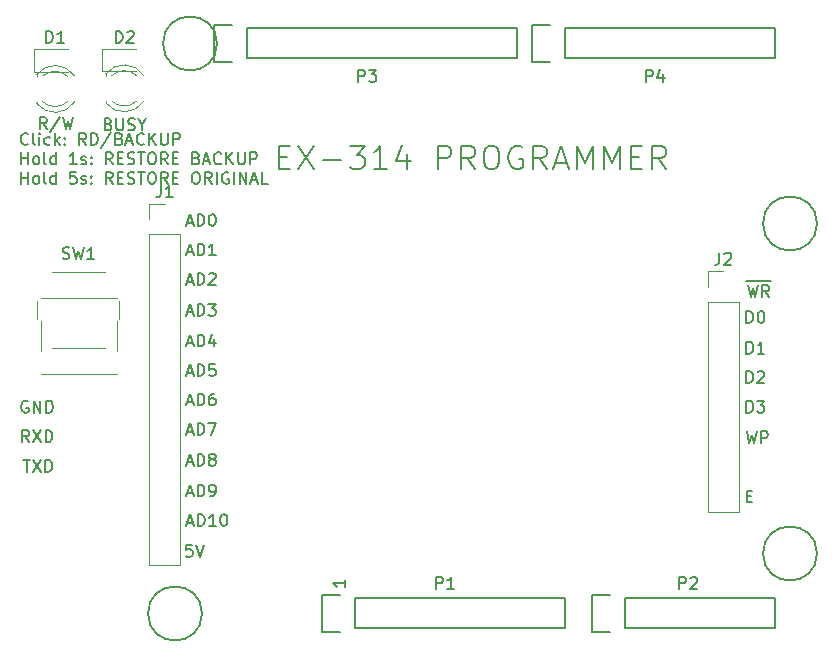
<source format=gbr>
%TF.GenerationSoftware,KiCad,Pcbnew,(5.1.10)-1*%
%TF.CreationDate,2022-03-02T00:29:21+08:00*%
%TF.ProjectId,r71ram_uno,72373172-616d-45f7-956e-6f2e6b696361,rev?*%
%TF.SameCoordinates,Original*%
%TF.FileFunction,Legend,Top*%
%TF.FilePolarity,Positive*%
%FSLAX46Y46*%
G04 Gerber Fmt 4.6, Leading zero omitted, Abs format (unit mm)*
G04 Created by KiCad (PCBNEW (5.1.10)-1) date 2022-03-02 00:29:21*
%MOMM*%
%LPD*%
G01*
G04 APERTURE LIST*
%ADD10C,0.150000*%
%ADD11C,0.200000*%
%ADD12C,0.120000*%
G04 APERTURE END LIST*
D10*
X126007523Y-116131666D02*
X126483714Y-116131666D01*
X125912285Y-116417380D02*
X126245619Y-115417380D01*
X126578952Y-116417380D01*
X126912285Y-116417380D02*
X126912285Y-115417380D01*
X127150380Y-115417380D01*
X127293238Y-115465000D01*
X127388476Y-115560238D01*
X127436095Y-115655476D01*
X127483714Y-115845952D01*
X127483714Y-115988809D01*
X127436095Y-116179285D01*
X127388476Y-116274523D01*
X127293238Y-116369761D01*
X127150380Y-116417380D01*
X126912285Y-116417380D01*
X128436095Y-116417380D02*
X127864666Y-116417380D01*
X128150380Y-116417380D02*
X128150380Y-115417380D01*
X128055142Y-115560238D01*
X127959904Y-115655476D01*
X127864666Y-115703095D01*
X129055142Y-115417380D02*
X129150380Y-115417380D01*
X129245619Y-115465000D01*
X129293238Y-115512619D01*
X129340857Y-115607857D01*
X129388476Y-115798333D01*
X129388476Y-116036428D01*
X129340857Y-116226904D01*
X129293238Y-116322142D01*
X129245619Y-116369761D01*
X129150380Y-116417380D01*
X129055142Y-116417380D01*
X128959904Y-116369761D01*
X128912285Y-116322142D01*
X128864666Y-116226904D01*
X128817047Y-116036428D01*
X128817047Y-115798333D01*
X128864666Y-115607857D01*
X128912285Y-115512619D01*
X128959904Y-115465000D01*
X129055142Y-115417380D01*
X125983714Y-113631666D02*
X126459904Y-113631666D01*
X125888476Y-113917380D02*
X126221809Y-112917380D01*
X126555142Y-113917380D01*
X126888476Y-113917380D02*
X126888476Y-112917380D01*
X127126571Y-112917380D01*
X127269428Y-112965000D01*
X127364666Y-113060238D01*
X127412285Y-113155476D01*
X127459904Y-113345952D01*
X127459904Y-113488809D01*
X127412285Y-113679285D01*
X127364666Y-113774523D01*
X127269428Y-113869761D01*
X127126571Y-113917380D01*
X126888476Y-113917380D01*
X127936095Y-113917380D02*
X128126571Y-113917380D01*
X128221809Y-113869761D01*
X128269428Y-113822142D01*
X128364666Y-113679285D01*
X128412285Y-113488809D01*
X128412285Y-113107857D01*
X128364666Y-113012619D01*
X128317047Y-112965000D01*
X128221809Y-112917380D01*
X128031333Y-112917380D01*
X127936095Y-112965000D01*
X127888476Y-113012619D01*
X127840857Y-113107857D01*
X127840857Y-113345952D01*
X127888476Y-113441190D01*
X127936095Y-113488809D01*
X128031333Y-113536428D01*
X128221809Y-113536428D01*
X128317047Y-113488809D01*
X128364666Y-113441190D01*
X128412285Y-113345952D01*
X125983714Y-111031666D02*
X126459904Y-111031666D01*
X125888476Y-111317380D02*
X126221809Y-110317380D01*
X126555142Y-111317380D01*
X126888476Y-111317380D02*
X126888476Y-110317380D01*
X127126571Y-110317380D01*
X127269428Y-110365000D01*
X127364666Y-110460238D01*
X127412285Y-110555476D01*
X127459904Y-110745952D01*
X127459904Y-110888809D01*
X127412285Y-111079285D01*
X127364666Y-111174523D01*
X127269428Y-111269761D01*
X127126571Y-111317380D01*
X126888476Y-111317380D01*
X128031333Y-110745952D02*
X127936095Y-110698333D01*
X127888476Y-110650714D01*
X127840857Y-110555476D01*
X127840857Y-110507857D01*
X127888476Y-110412619D01*
X127936095Y-110365000D01*
X128031333Y-110317380D01*
X128221809Y-110317380D01*
X128317047Y-110365000D01*
X128364666Y-110412619D01*
X128412285Y-110507857D01*
X128412285Y-110555476D01*
X128364666Y-110650714D01*
X128317047Y-110698333D01*
X128221809Y-110745952D01*
X128031333Y-110745952D01*
X127936095Y-110793571D01*
X127888476Y-110841190D01*
X127840857Y-110936428D01*
X127840857Y-111126904D01*
X127888476Y-111222142D01*
X127936095Y-111269761D01*
X128031333Y-111317380D01*
X128221809Y-111317380D01*
X128317047Y-111269761D01*
X128364666Y-111222142D01*
X128412285Y-111126904D01*
X128412285Y-110936428D01*
X128364666Y-110841190D01*
X128317047Y-110793571D01*
X128221809Y-110745952D01*
X125983714Y-108431666D02*
X126459904Y-108431666D01*
X125888476Y-108717380D02*
X126221809Y-107717380D01*
X126555142Y-108717380D01*
X126888476Y-108717380D02*
X126888476Y-107717380D01*
X127126571Y-107717380D01*
X127269428Y-107765000D01*
X127364666Y-107860238D01*
X127412285Y-107955476D01*
X127459904Y-108145952D01*
X127459904Y-108288809D01*
X127412285Y-108479285D01*
X127364666Y-108574523D01*
X127269428Y-108669761D01*
X127126571Y-108717380D01*
X126888476Y-108717380D01*
X127793238Y-107717380D02*
X128459904Y-107717380D01*
X128031333Y-108717380D01*
X125983714Y-103431666D02*
X126459904Y-103431666D01*
X125888476Y-103717380D02*
X126221809Y-102717380D01*
X126555142Y-103717380D01*
X126888476Y-103717380D02*
X126888476Y-102717380D01*
X127126571Y-102717380D01*
X127269428Y-102765000D01*
X127364666Y-102860238D01*
X127412285Y-102955476D01*
X127459904Y-103145952D01*
X127459904Y-103288809D01*
X127412285Y-103479285D01*
X127364666Y-103574523D01*
X127269428Y-103669761D01*
X127126571Y-103717380D01*
X126888476Y-103717380D01*
X128364666Y-102717380D02*
X127888476Y-102717380D01*
X127840857Y-103193571D01*
X127888476Y-103145952D01*
X127983714Y-103098333D01*
X128221809Y-103098333D01*
X128317047Y-103145952D01*
X128364666Y-103193571D01*
X128412285Y-103288809D01*
X128412285Y-103526904D01*
X128364666Y-103622142D01*
X128317047Y-103669761D01*
X128221809Y-103717380D01*
X127983714Y-103717380D01*
X127888476Y-103669761D01*
X127840857Y-103622142D01*
X125983714Y-100931666D02*
X126459904Y-100931666D01*
X125888476Y-101217380D02*
X126221809Y-100217380D01*
X126555142Y-101217380D01*
X126888476Y-101217380D02*
X126888476Y-100217380D01*
X127126571Y-100217380D01*
X127269428Y-100265000D01*
X127364666Y-100360238D01*
X127412285Y-100455476D01*
X127459904Y-100645952D01*
X127459904Y-100788809D01*
X127412285Y-100979285D01*
X127364666Y-101074523D01*
X127269428Y-101169761D01*
X127126571Y-101217380D01*
X126888476Y-101217380D01*
X128317047Y-100550714D02*
X128317047Y-101217380D01*
X128078952Y-100169761D02*
X127840857Y-100884047D01*
X128459904Y-100884047D01*
X125983714Y-105931666D02*
X126459904Y-105931666D01*
X125888476Y-106217380D02*
X126221809Y-105217380D01*
X126555142Y-106217380D01*
X126888476Y-106217380D02*
X126888476Y-105217380D01*
X127126571Y-105217380D01*
X127269428Y-105265000D01*
X127364666Y-105360238D01*
X127412285Y-105455476D01*
X127459904Y-105645952D01*
X127459904Y-105788809D01*
X127412285Y-105979285D01*
X127364666Y-106074523D01*
X127269428Y-106169761D01*
X127126571Y-106217380D01*
X126888476Y-106217380D01*
X128317047Y-105217380D02*
X128126571Y-105217380D01*
X128031333Y-105265000D01*
X127983714Y-105312619D01*
X127888476Y-105455476D01*
X127840857Y-105645952D01*
X127840857Y-106026904D01*
X127888476Y-106122142D01*
X127936095Y-106169761D01*
X128031333Y-106217380D01*
X128221809Y-106217380D01*
X128317047Y-106169761D01*
X128364666Y-106122142D01*
X128412285Y-106026904D01*
X128412285Y-105788809D01*
X128364666Y-105693571D01*
X128317047Y-105645952D01*
X128221809Y-105598333D01*
X128031333Y-105598333D01*
X127936095Y-105645952D01*
X127888476Y-105693571D01*
X127840857Y-105788809D01*
X125983714Y-98331666D02*
X126459904Y-98331666D01*
X125888476Y-98617380D02*
X126221809Y-97617380D01*
X126555142Y-98617380D01*
X126888476Y-98617380D02*
X126888476Y-97617380D01*
X127126571Y-97617380D01*
X127269428Y-97665000D01*
X127364666Y-97760238D01*
X127412285Y-97855476D01*
X127459904Y-98045952D01*
X127459904Y-98188809D01*
X127412285Y-98379285D01*
X127364666Y-98474523D01*
X127269428Y-98569761D01*
X127126571Y-98617380D01*
X126888476Y-98617380D01*
X127793238Y-97617380D02*
X128412285Y-97617380D01*
X128078952Y-97998333D01*
X128221809Y-97998333D01*
X128317047Y-98045952D01*
X128364666Y-98093571D01*
X128412285Y-98188809D01*
X128412285Y-98426904D01*
X128364666Y-98522142D01*
X128317047Y-98569761D01*
X128221809Y-98617380D01*
X127936095Y-98617380D01*
X127840857Y-98569761D01*
X127793238Y-98522142D01*
X125983714Y-95731666D02*
X126459904Y-95731666D01*
X125888476Y-96017380D02*
X126221809Y-95017380D01*
X126555142Y-96017380D01*
X126888476Y-96017380D02*
X126888476Y-95017380D01*
X127126571Y-95017380D01*
X127269428Y-95065000D01*
X127364666Y-95160238D01*
X127412285Y-95255476D01*
X127459904Y-95445952D01*
X127459904Y-95588809D01*
X127412285Y-95779285D01*
X127364666Y-95874523D01*
X127269428Y-95969761D01*
X127126571Y-96017380D01*
X126888476Y-96017380D01*
X127840857Y-95112619D02*
X127888476Y-95065000D01*
X127983714Y-95017380D01*
X128221809Y-95017380D01*
X128317047Y-95065000D01*
X128364666Y-95112619D01*
X128412285Y-95207857D01*
X128412285Y-95303095D01*
X128364666Y-95445952D01*
X127793238Y-96017380D01*
X128412285Y-96017380D01*
X125983714Y-93231666D02*
X126459904Y-93231666D01*
X125888476Y-93517380D02*
X126221809Y-92517380D01*
X126555142Y-93517380D01*
X126888476Y-93517380D02*
X126888476Y-92517380D01*
X127126571Y-92517380D01*
X127269428Y-92565000D01*
X127364666Y-92660238D01*
X127412285Y-92755476D01*
X127459904Y-92945952D01*
X127459904Y-93088809D01*
X127412285Y-93279285D01*
X127364666Y-93374523D01*
X127269428Y-93469761D01*
X127126571Y-93517380D01*
X126888476Y-93517380D01*
X128412285Y-93517380D02*
X127840857Y-93517380D01*
X128126571Y-93517380D02*
X128126571Y-92517380D01*
X128031333Y-92660238D01*
X127936095Y-92755476D01*
X127840857Y-92803095D01*
X125983714Y-90731666D02*
X126459904Y-90731666D01*
X125888476Y-91017380D02*
X126221809Y-90017380D01*
X126555142Y-91017380D01*
X126888476Y-91017380D02*
X126888476Y-90017380D01*
X127126571Y-90017380D01*
X127269428Y-90065000D01*
X127364666Y-90160238D01*
X127412285Y-90255476D01*
X127459904Y-90445952D01*
X127459904Y-90588809D01*
X127412285Y-90779285D01*
X127364666Y-90874523D01*
X127269428Y-90969761D01*
X127126571Y-91017380D01*
X126888476Y-91017380D01*
X128078952Y-90017380D02*
X128174190Y-90017380D01*
X128269428Y-90065000D01*
X128317047Y-90112619D01*
X128364666Y-90207857D01*
X128412285Y-90398333D01*
X128412285Y-90636428D01*
X128364666Y-90826904D01*
X128317047Y-90922142D01*
X128269428Y-90969761D01*
X128174190Y-91017380D01*
X128078952Y-91017380D01*
X127983714Y-90969761D01*
X127936095Y-90922142D01*
X127888476Y-90826904D01*
X127840857Y-90636428D01*
X127840857Y-90398333D01*
X127888476Y-90207857D01*
X127936095Y-90112619D01*
X127983714Y-90065000D01*
X128078952Y-90017380D01*
X126407523Y-118017380D02*
X125931333Y-118017380D01*
X125883714Y-118493571D01*
X125931333Y-118445952D01*
X126026571Y-118398333D01*
X126264666Y-118398333D01*
X126359904Y-118445952D01*
X126407523Y-118493571D01*
X126455142Y-118588809D01*
X126455142Y-118826904D01*
X126407523Y-118922142D01*
X126359904Y-118969761D01*
X126264666Y-119017380D01*
X126026571Y-119017380D01*
X125931333Y-118969761D01*
X125883714Y-118922142D01*
X126740857Y-118017380D02*
X127074190Y-119017380D01*
X127407523Y-118017380D01*
X173383714Y-113893571D02*
X173717047Y-113893571D01*
X173859904Y-114417380D02*
X173383714Y-114417380D01*
X173383714Y-113417380D01*
X173859904Y-113417380D01*
X173369428Y-108417380D02*
X173607523Y-109417380D01*
X173798000Y-108703095D01*
X173988476Y-109417380D01*
X174226571Y-108417380D01*
X174607523Y-109417380D02*
X174607523Y-108417380D01*
X174988476Y-108417380D01*
X175083714Y-108465000D01*
X175131333Y-108512619D01*
X175178952Y-108607857D01*
X175178952Y-108750714D01*
X175131333Y-108845952D01*
X175083714Y-108893571D01*
X174988476Y-108941190D01*
X174607523Y-108941190D01*
X173359904Y-106817380D02*
X173359904Y-105817380D01*
X173598000Y-105817380D01*
X173740857Y-105865000D01*
X173836095Y-105960238D01*
X173883714Y-106055476D01*
X173931333Y-106245952D01*
X173931333Y-106388809D01*
X173883714Y-106579285D01*
X173836095Y-106674523D01*
X173740857Y-106769761D01*
X173598000Y-106817380D01*
X173359904Y-106817380D01*
X174264666Y-105817380D02*
X174883714Y-105817380D01*
X174550380Y-106198333D01*
X174693238Y-106198333D01*
X174788476Y-106245952D01*
X174836095Y-106293571D01*
X174883714Y-106388809D01*
X174883714Y-106626904D01*
X174836095Y-106722142D01*
X174788476Y-106769761D01*
X174693238Y-106817380D01*
X174407523Y-106817380D01*
X174312285Y-106769761D01*
X174264666Y-106722142D01*
X173359904Y-104317380D02*
X173359904Y-103317380D01*
X173598000Y-103317380D01*
X173740857Y-103365000D01*
X173836095Y-103460238D01*
X173883714Y-103555476D01*
X173931333Y-103745952D01*
X173931333Y-103888809D01*
X173883714Y-104079285D01*
X173836095Y-104174523D01*
X173740857Y-104269761D01*
X173598000Y-104317380D01*
X173359904Y-104317380D01*
X174312285Y-103412619D02*
X174359904Y-103365000D01*
X174455142Y-103317380D01*
X174693238Y-103317380D01*
X174788476Y-103365000D01*
X174836095Y-103412619D01*
X174883714Y-103507857D01*
X174883714Y-103603095D01*
X174836095Y-103745952D01*
X174264666Y-104317380D01*
X174883714Y-104317380D01*
X173359904Y-101817380D02*
X173359904Y-100817380D01*
X173598000Y-100817380D01*
X173740857Y-100865000D01*
X173836095Y-100960238D01*
X173883714Y-101055476D01*
X173931333Y-101245952D01*
X173931333Y-101388809D01*
X173883714Y-101579285D01*
X173836095Y-101674523D01*
X173740857Y-101769761D01*
X173598000Y-101817380D01*
X173359904Y-101817380D01*
X174883714Y-101817380D02*
X174312285Y-101817380D01*
X174598000Y-101817380D02*
X174598000Y-100817380D01*
X174502761Y-100960238D01*
X174407523Y-101055476D01*
X174312285Y-101103095D01*
X173359904Y-99217380D02*
X173359904Y-98217380D01*
X173598000Y-98217380D01*
X173740857Y-98265000D01*
X173836095Y-98360238D01*
X173883714Y-98455476D01*
X173931333Y-98645952D01*
X173931333Y-98788809D01*
X173883714Y-98979285D01*
X173836095Y-99074523D01*
X173740857Y-99169761D01*
X173598000Y-99217380D01*
X173359904Y-99217380D01*
X174550380Y-98217380D02*
X174645619Y-98217380D01*
X174740857Y-98265000D01*
X174788476Y-98312619D01*
X174836095Y-98407857D01*
X174883714Y-98598333D01*
X174883714Y-98836428D01*
X174836095Y-99026904D01*
X174788476Y-99122142D01*
X174740857Y-99169761D01*
X174645619Y-99217380D01*
X174550380Y-99217380D01*
X174455142Y-99169761D01*
X174407523Y-99122142D01*
X174359904Y-99026904D01*
X174312285Y-98836428D01*
X174312285Y-98598333D01*
X174359904Y-98407857D01*
X174407523Y-98312619D01*
X174455142Y-98265000D01*
X174550380Y-98217380D01*
X173326571Y-95650000D02*
X174469428Y-95650000D01*
X173469428Y-96017380D02*
X173707523Y-97017380D01*
X173898000Y-96303095D01*
X174088476Y-97017380D01*
X174326571Y-96017380D01*
X174469428Y-95650000D02*
X175469428Y-95650000D01*
X175278952Y-97017380D02*
X174945619Y-96541190D01*
X174707523Y-97017380D02*
X174707523Y-96017380D01*
X175088476Y-96017380D01*
X175183714Y-96065000D01*
X175231333Y-96112619D01*
X175278952Y-96207857D01*
X175278952Y-96350714D01*
X175231333Y-96445952D01*
X175183714Y-96493571D01*
X175088476Y-96541190D01*
X174707523Y-96541190D01*
X112136095Y-110817380D02*
X112707523Y-110817380D01*
X112421809Y-111817380D02*
X112421809Y-110817380D01*
X112945619Y-110817380D02*
X113612285Y-111817380D01*
X113612285Y-110817380D02*
X112945619Y-111817380D01*
X113993238Y-111817380D02*
X113993238Y-110817380D01*
X114231333Y-110817380D01*
X114374190Y-110865000D01*
X114469428Y-110960238D01*
X114517047Y-111055476D01*
X114564666Y-111245952D01*
X114564666Y-111388809D01*
X114517047Y-111579285D01*
X114469428Y-111674523D01*
X114374190Y-111769761D01*
X114231333Y-111817380D01*
X113993238Y-111817380D01*
X112631333Y-109317380D02*
X112298000Y-108841190D01*
X112059904Y-109317380D02*
X112059904Y-108317380D01*
X112440857Y-108317380D01*
X112536095Y-108365000D01*
X112583714Y-108412619D01*
X112631333Y-108507857D01*
X112631333Y-108650714D01*
X112583714Y-108745952D01*
X112536095Y-108793571D01*
X112440857Y-108841190D01*
X112059904Y-108841190D01*
X112964666Y-108317380D02*
X113631333Y-109317380D01*
X113631333Y-108317380D02*
X112964666Y-109317380D01*
X114012285Y-109317380D02*
X114012285Y-108317380D01*
X114250380Y-108317380D01*
X114393238Y-108365000D01*
X114488476Y-108460238D01*
X114536095Y-108555476D01*
X114583714Y-108745952D01*
X114583714Y-108888809D01*
X114536095Y-109079285D01*
X114488476Y-109174523D01*
X114393238Y-109269761D01*
X114250380Y-109317380D01*
X114012285Y-109317380D01*
X112536095Y-105865000D02*
X112440857Y-105817380D01*
X112298000Y-105817380D01*
X112155142Y-105865000D01*
X112059904Y-105960238D01*
X112012285Y-106055476D01*
X111964666Y-106245952D01*
X111964666Y-106388809D01*
X112012285Y-106579285D01*
X112059904Y-106674523D01*
X112155142Y-106769761D01*
X112298000Y-106817380D01*
X112393238Y-106817380D01*
X112536095Y-106769761D01*
X112583714Y-106722142D01*
X112583714Y-106388809D01*
X112393238Y-106388809D01*
X113012285Y-106817380D02*
X113012285Y-105817380D01*
X113583714Y-106817380D01*
X113583714Y-105817380D01*
X114059904Y-106817380D02*
X114059904Y-105817380D01*
X114298000Y-105817380D01*
X114440857Y-105865000D01*
X114536095Y-105960238D01*
X114583714Y-106055476D01*
X114631333Y-106245952D01*
X114631333Y-106388809D01*
X114583714Y-106579285D01*
X114536095Y-106674523D01*
X114440857Y-106769761D01*
X114298000Y-106817380D01*
X114059904Y-106817380D01*
X112540023Y-84051142D02*
X112492404Y-84098761D01*
X112349547Y-84146380D01*
X112254309Y-84146380D01*
X112111452Y-84098761D01*
X112016214Y-84003523D01*
X111968595Y-83908285D01*
X111920976Y-83717809D01*
X111920976Y-83574952D01*
X111968595Y-83384476D01*
X112016214Y-83289238D01*
X112111452Y-83194000D01*
X112254309Y-83146380D01*
X112349547Y-83146380D01*
X112492404Y-83194000D01*
X112540023Y-83241619D01*
X113111452Y-84146380D02*
X113016214Y-84098761D01*
X112968595Y-84003523D01*
X112968595Y-83146380D01*
X113492404Y-84146380D02*
X113492404Y-83479714D01*
X113492404Y-83146380D02*
X113444785Y-83194000D01*
X113492404Y-83241619D01*
X113540023Y-83194000D01*
X113492404Y-83146380D01*
X113492404Y-83241619D01*
X114397166Y-84098761D02*
X114301928Y-84146380D01*
X114111452Y-84146380D01*
X114016214Y-84098761D01*
X113968595Y-84051142D01*
X113920976Y-83955904D01*
X113920976Y-83670190D01*
X113968595Y-83574952D01*
X114016214Y-83527333D01*
X114111452Y-83479714D01*
X114301928Y-83479714D01*
X114397166Y-83527333D01*
X114825738Y-84146380D02*
X114825738Y-83146380D01*
X114920976Y-83765428D02*
X115206690Y-84146380D01*
X115206690Y-83479714D02*
X114825738Y-83860666D01*
X115635261Y-84051142D02*
X115682880Y-84098761D01*
X115635261Y-84146380D01*
X115587642Y-84098761D01*
X115635261Y-84051142D01*
X115635261Y-84146380D01*
X115635261Y-83527333D02*
X115682880Y-83574952D01*
X115635261Y-83622571D01*
X115587642Y-83574952D01*
X115635261Y-83527333D01*
X115635261Y-83622571D01*
X117444785Y-84146380D02*
X117111452Y-83670190D01*
X116873357Y-84146380D02*
X116873357Y-83146380D01*
X117254309Y-83146380D01*
X117349547Y-83194000D01*
X117397166Y-83241619D01*
X117444785Y-83336857D01*
X117444785Y-83479714D01*
X117397166Y-83574952D01*
X117349547Y-83622571D01*
X117254309Y-83670190D01*
X116873357Y-83670190D01*
X117873357Y-84146380D02*
X117873357Y-83146380D01*
X118111452Y-83146380D01*
X118254309Y-83194000D01*
X118349547Y-83289238D01*
X118397166Y-83384476D01*
X118444785Y-83574952D01*
X118444785Y-83717809D01*
X118397166Y-83908285D01*
X118349547Y-84003523D01*
X118254309Y-84098761D01*
X118111452Y-84146380D01*
X117873357Y-84146380D01*
X119587642Y-83098761D02*
X118730500Y-84384476D01*
X120254309Y-83622571D02*
X120397166Y-83670190D01*
X120444785Y-83717809D01*
X120492404Y-83813047D01*
X120492404Y-83955904D01*
X120444785Y-84051142D01*
X120397166Y-84098761D01*
X120301928Y-84146380D01*
X119920976Y-84146380D01*
X119920976Y-83146380D01*
X120254309Y-83146380D01*
X120349547Y-83194000D01*
X120397166Y-83241619D01*
X120444785Y-83336857D01*
X120444785Y-83432095D01*
X120397166Y-83527333D01*
X120349547Y-83574952D01*
X120254309Y-83622571D01*
X119920976Y-83622571D01*
X120873357Y-83860666D02*
X121349547Y-83860666D01*
X120778119Y-84146380D02*
X121111452Y-83146380D01*
X121444785Y-84146380D01*
X122349547Y-84051142D02*
X122301928Y-84098761D01*
X122159071Y-84146380D01*
X122063833Y-84146380D01*
X121920976Y-84098761D01*
X121825738Y-84003523D01*
X121778119Y-83908285D01*
X121730500Y-83717809D01*
X121730500Y-83574952D01*
X121778119Y-83384476D01*
X121825738Y-83289238D01*
X121920976Y-83194000D01*
X122063833Y-83146380D01*
X122159071Y-83146380D01*
X122301928Y-83194000D01*
X122349547Y-83241619D01*
X122778119Y-84146380D02*
X122778119Y-83146380D01*
X123349547Y-84146380D02*
X122920976Y-83574952D01*
X123349547Y-83146380D02*
X122778119Y-83717809D01*
X123778119Y-83146380D02*
X123778119Y-83955904D01*
X123825738Y-84051142D01*
X123873357Y-84098761D01*
X123968595Y-84146380D01*
X124159071Y-84146380D01*
X124254309Y-84098761D01*
X124301928Y-84051142D01*
X124349547Y-83955904D01*
X124349547Y-83146380D01*
X124825738Y-84146380D02*
X124825738Y-83146380D01*
X125206690Y-83146380D01*
X125301928Y-83194000D01*
X125349547Y-83241619D01*
X125397166Y-83336857D01*
X125397166Y-83479714D01*
X125349547Y-83574952D01*
X125301928Y-83622571D01*
X125206690Y-83670190D01*
X124825738Y-83670190D01*
X111968595Y-85796380D02*
X111968595Y-84796380D01*
X111968595Y-85272571D02*
X112540023Y-85272571D01*
X112540023Y-85796380D02*
X112540023Y-84796380D01*
X113159071Y-85796380D02*
X113063833Y-85748761D01*
X113016214Y-85701142D01*
X112968595Y-85605904D01*
X112968595Y-85320190D01*
X113016214Y-85224952D01*
X113063833Y-85177333D01*
X113159071Y-85129714D01*
X113301928Y-85129714D01*
X113397166Y-85177333D01*
X113444785Y-85224952D01*
X113492404Y-85320190D01*
X113492404Y-85605904D01*
X113444785Y-85701142D01*
X113397166Y-85748761D01*
X113301928Y-85796380D01*
X113159071Y-85796380D01*
X114063833Y-85796380D02*
X113968595Y-85748761D01*
X113920976Y-85653523D01*
X113920976Y-84796380D01*
X114873357Y-85796380D02*
X114873357Y-84796380D01*
X114873357Y-85748761D02*
X114778119Y-85796380D01*
X114587642Y-85796380D01*
X114492404Y-85748761D01*
X114444785Y-85701142D01*
X114397166Y-85605904D01*
X114397166Y-85320190D01*
X114444785Y-85224952D01*
X114492404Y-85177333D01*
X114587642Y-85129714D01*
X114778119Y-85129714D01*
X114873357Y-85177333D01*
X116635261Y-85796380D02*
X116063833Y-85796380D01*
X116349547Y-85796380D02*
X116349547Y-84796380D01*
X116254309Y-84939238D01*
X116159071Y-85034476D01*
X116063833Y-85082095D01*
X117016214Y-85748761D02*
X117111452Y-85796380D01*
X117301928Y-85796380D01*
X117397166Y-85748761D01*
X117444785Y-85653523D01*
X117444785Y-85605904D01*
X117397166Y-85510666D01*
X117301928Y-85463047D01*
X117159071Y-85463047D01*
X117063833Y-85415428D01*
X117016214Y-85320190D01*
X117016214Y-85272571D01*
X117063833Y-85177333D01*
X117159071Y-85129714D01*
X117301928Y-85129714D01*
X117397166Y-85177333D01*
X117873357Y-85701142D02*
X117920976Y-85748761D01*
X117873357Y-85796380D01*
X117825738Y-85748761D01*
X117873357Y-85701142D01*
X117873357Y-85796380D01*
X117873357Y-85177333D02*
X117920976Y-85224952D01*
X117873357Y-85272571D01*
X117825738Y-85224952D01*
X117873357Y-85177333D01*
X117873357Y-85272571D01*
X119682880Y-85796380D02*
X119349547Y-85320190D01*
X119111452Y-85796380D02*
X119111452Y-84796380D01*
X119492404Y-84796380D01*
X119587642Y-84844000D01*
X119635261Y-84891619D01*
X119682880Y-84986857D01*
X119682880Y-85129714D01*
X119635261Y-85224952D01*
X119587642Y-85272571D01*
X119492404Y-85320190D01*
X119111452Y-85320190D01*
X120111452Y-85272571D02*
X120444785Y-85272571D01*
X120587642Y-85796380D02*
X120111452Y-85796380D01*
X120111452Y-84796380D01*
X120587642Y-84796380D01*
X120968595Y-85748761D02*
X121111452Y-85796380D01*
X121349547Y-85796380D01*
X121444785Y-85748761D01*
X121492404Y-85701142D01*
X121540023Y-85605904D01*
X121540023Y-85510666D01*
X121492404Y-85415428D01*
X121444785Y-85367809D01*
X121349547Y-85320190D01*
X121159071Y-85272571D01*
X121063833Y-85224952D01*
X121016214Y-85177333D01*
X120968595Y-85082095D01*
X120968595Y-84986857D01*
X121016214Y-84891619D01*
X121063833Y-84844000D01*
X121159071Y-84796380D01*
X121397166Y-84796380D01*
X121540023Y-84844000D01*
X121825738Y-84796380D02*
X122397166Y-84796380D01*
X122111452Y-85796380D02*
X122111452Y-84796380D01*
X122920976Y-84796380D02*
X123111452Y-84796380D01*
X123206690Y-84844000D01*
X123301928Y-84939238D01*
X123349547Y-85129714D01*
X123349547Y-85463047D01*
X123301928Y-85653523D01*
X123206690Y-85748761D01*
X123111452Y-85796380D01*
X122920976Y-85796380D01*
X122825738Y-85748761D01*
X122730500Y-85653523D01*
X122682880Y-85463047D01*
X122682880Y-85129714D01*
X122730500Y-84939238D01*
X122825738Y-84844000D01*
X122920976Y-84796380D01*
X124349547Y-85796380D02*
X124016214Y-85320190D01*
X123778119Y-85796380D02*
X123778119Y-84796380D01*
X124159071Y-84796380D01*
X124254309Y-84844000D01*
X124301928Y-84891619D01*
X124349547Y-84986857D01*
X124349547Y-85129714D01*
X124301928Y-85224952D01*
X124254309Y-85272571D01*
X124159071Y-85320190D01*
X123778119Y-85320190D01*
X124778119Y-85272571D02*
X125111452Y-85272571D01*
X125254309Y-85796380D02*
X124778119Y-85796380D01*
X124778119Y-84796380D01*
X125254309Y-84796380D01*
X126778119Y-85272571D02*
X126920976Y-85320190D01*
X126968595Y-85367809D01*
X127016214Y-85463047D01*
X127016214Y-85605904D01*
X126968595Y-85701142D01*
X126920976Y-85748761D01*
X126825738Y-85796380D01*
X126444785Y-85796380D01*
X126444785Y-84796380D01*
X126778119Y-84796380D01*
X126873357Y-84844000D01*
X126920976Y-84891619D01*
X126968595Y-84986857D01*
X126968595Y-85082095D01*
X126920976Y-85177333D01*
X126873357Y-85224952D01*
X126778119Y-85272571D01*
X126444785Y-85272571D01*
X127397166Y-85510666D02*
X127873357Y-85510666D01*
X127301928Y-85796380D02*
X127635261Y-84796380D01*
X127968595Y-85796380D01*
X128873357Y-85701142D02*
X128825738Y-85748761D01*
X128682880Y-85796380D01*
X128587642Y-85796380D01*
X128444785Y-85748761D01*
X128349547Y-85653523D01*
X128301928Y-85558285D01*
X128254309Y-85367809D01*
X128254309Y-85224952D01*
X128301928Y-85034476D01*
X128349547Y-84939238D01*
X128444785Y-84844000D01*
X128587642Y-84796380D01*
X128682880Y-84796380D01*
X128825738Y-84844000D01*
X128873357Y-84891619D01*
X129301928Y-85796380D02*
X129301928Y-84796380D01*
X129873357Y-85796380D02*
X129444785Y-85224952D01*
X129873357Y-84796380D02*
X129301928Y-85367809D01*
X130301928Y-84796380D02*
X130301928Y-85605904D01*
X130349547Y-85701142D01*
X130397166Y-85748761D01*
X130492404Y-85796380D01*
X130682880Y-85796380D01*
X130778119Y-85748761D01*
X130825738Y-85701142D01*
X130873357Y-85605904D01*
X130873357Y-84796380D01*
X131349547Y-85796380D02*
X131349547Y-84796380D01*
X131730500Y-84796380D01*
X131825738Y-84844000D01*
X131873357Y-84891619D01*
X131920976Y-84986857D01*
X131920976Y-85129714D01*
X131873357Y-85224952D01*
X131825738Y-85272571D01*
X131730500Y-85320190D01*
X131349547Y-85320190D01*
X111968595Y-87446380D02*
X111968595Y-86446380D01*
X111968595Y-86922571D02*
X112540023Y-86922571D01*
X112540023Y-87446380D02*
X112540023Y-86446380D01*
X113159071Y-87446380D02*
X113063833Y-87398761D01*
X113016214Y-87351142D01*
X112968595Y-87255904D01*
X112968595Y-86970190D01*
X113016214Y-86874952D01*
X113063833Y-86827333D01*
X113159071Y-86779714D01*
X113301928Y-86779714D01*
X113397166Y-86827333D01*
X113444785Y-86874952D01*
X113492404Y-86970190D01*
X113492404Y-87255904D01*
X113444785Y-87351142D01*
X113397166Y-87398761D01*
X113301928Y-87446380D01*
X113159071Y-87446380D01*
X114063833Y-87446380D02*
X113968595Y-87398761D01*
X113920976Y-87303523D01*
X113920976Y-86446380D01*
X114873357Y-87446380D02*
X114873357Y-86446380D01*
X114873357Y-87398761D02*
X114778119Y-87446380D01*
X114587642Y-87446380D01*
X114492404Y-87398761D01*
X114444785Y-87351142D01*
X114397166Y-87255904D01*
X114397166Y-86970190D01*
X114444785Y-86874952D01*
X114492404Y-86827333D01*
X114587642Y-86779714D01*
X114778119Y-86779714D01*
X114873357Y-86827333D01*
X116587642Y-86446380D02*
X116111452Y-86446380D01*
X116063833Y-86922571D01*
X116111452Y-86874952D01*
X116206690Y-86827333D01*
X116444785Y-86827333D01*
X116540023Y-86874952D01*
X116587642Y-86922571D01*
X116635261Y-87017809D01*
X116635261Y-87255904D01*
X116587642Y-87351142D01*
X116540023Y-87398761D01*
X116444785Y-87446380D01*
X116206690Y-87446380D01*
X116111452Y-87398761D01*
X116063833Y-87351142D01*
X117016214Y-87398761D02*
X117111452Y-87446380D01*
X117301928Y-87446380D01*
X117397166Y-87398761D01*
X117444785Y-87303523D01*
X117444785Y-87255904D01*
X117397166Y-87160666D01*
X117301928Y-87113047D01*
X117159071Y-87113047D01*
X117063833Y-87065428D01*
X117016214Y-86970190D01*
X117016214Y-86922571D01*
X117063833Y-86827333D01*
X117159071Y-86779714D01*
X117301928Y-86779714D01*
X117397166Y-86827333D01*
X117873357Y-87351142D02*
X117920976Y-87398761D01*
X117873357Y-87446380D01*
X117825738Y-87398761D01*
X117873357Y-87351142D01*
X117873357Y-87446380D01*
X117873357Y-86827333D02*
X117920976Y-86874952D01*
X117873357Y-86922571D01*
X117825738Y-86874952D01*
X117873357Y-86827333D01*
X117873357Y-86922571D01*
X119682880Y-87446380D02*
X119349547Y-86970190D01*
X119111452Y-87446380D02*
X119111452Y-86446380D01*
X119492404Y-86446380D01*
X119587642Y-86494000D01*
X119635261Y-86541619D01*
X119682880Y-86636857D01*
X119682880Y-86779714D01*
X119635261Y-86874952D01*
X119587642Y-86922571D01*
X119492404Y-86970190D01*
X119111452Y-86970190D01*
X120111452Y-86922571D02*
X120444785Y-86922571D01*
X120587642Y-87446380D02*
X120111452Y-87446380D01*
X120111452Y-86446380D01*
X120587642Y-86446380D01*
X120968595Y-87398761D02*
X121111452Y-87446380D01*
X121349547Y-87446380D01*
X121444785Y-87398761D01*
X121492404Y-87351142D01*
X121540023Y-87255904D01*
X121540023Y-87160666D01*
X121492404Y-87065428D01*
X121444785Y-87017809D01*
X121349547Y-86970190D01*
X121159071Y-86922571D01*
X121063833Y-86874952D01*
X121016214Y-86827333D01*
X120968595Y-86732095D01*
X120968595Y-86636857D01*
X121016214Y-86541619D01*
X121063833Y-86494000D01*
X121159071Y-86446380D01*
X121397166Y-86446380D01*
X121540023Y-86494000D01*
X121825738Y-86446380D02*
X122397166Y-86446380D01*
X122111452Y-87446380D02*
X122111452Y-86446380D01*
X122920976Y-86446380D02*
X123111452Y-86446380D01*
X123206690Y-86494000D01*
X123301928Y-86589238D01*
X123349547Y-86779714D01*
X123349547Y-87113047D01*
X123301928Y-87303523D01*
X123206690Y-87398761D01*
X123111452Y-87446380D01*
X122920976Y-87446380D01*
X122825738Y-87398761D01*
X122730500Y-87303523D01*
X122682880Y-87113047D01*
X122682880Y-86779714D01*
X122730500Y-86589238D01*
X122825738Y-86494000D01*
X122920976Y-86446380D01*
X124349547Y-87446380D02*
X124016214Y-86970190D01*
X123778119Y-87446380D02*
X123778119Y-86446380D01*
X124159071Y-86446380D01*
X124254309Y-86494000D01*
X124301928Y-86541619D01*
X124349547Y-86636857D01*
X124349547Y-86779714D01*
X124301928Y-86874952D01*
X124254309Y-86922571D01*
X124159071Y-86970190D01*
X123778119Y-86970190D01*
X124778119Y-86922571D02*
X125111452Y-86922571D01*
X125254309Y-87446380D02*
X124778119Y-87446380D01*
X124778119Y-86446380D01*
X125254309Y-86446380D01*
X126635261Y-86446380D02*
X126825738Y-86446380D01*
X126920976Y-86494000D01*
X127016214Y-86589238D01*
X127063833Y-86779714D01*
X127063833Y-87113047D01*
X127016214Y-87303523D01*
X126920976Y-87398761D01*
X126825738Y-87446380D01*
X126635261Y-87446380D01*
X126540023Y-87398761D01*
X126444785Y-87303523D01*
X126397166Y-87113047D01*
X126397166Y-86779714D01*
X126444785Y-86589238D01*
X126540023Y-86494000D01*
X126635261Y-86446380D01*
X128063833Y-87446380D02*
X127730500Y-86970190D01*
X127492404Y-87446380D02*
X127492404Y-86446380D01*
X127873357Y-86446380D01*
X127968595Y-86494000D01*
X128016214Y-86541619D01*
X128063833Y-86636857D01*
X128063833Y-86779714D01*
X128016214Y-86874952D01*
X127968595Y-86922571D01*
X127873357Y-86970190D01*
X127492404Y-86970190D01*
X128492404Y-87446380D02*
X128492404Y-86446380D01*
X129492404Y-86494000D02*
X129397166Y-86446380D01*
X129254309Y-86446380D01*
X129111452Y-86494000D01*
X129016214Y-86589238D01*
X128968595Y-86684476D01*
X128920976Y-86874952D01*
X128920976Y-87017809D01*
X128968595Y-87208285D01*
X129016214Y-87303523D01*
X129111452Y-87398761D01*
X129254309Y-87446380D01*
X129349547Y-87446380D01*
X129492404Y-87398761D01*
X129540023Y-87351142D01*
X129540023Y-87017809D01*
X129349547Y-87017809D01*
X129968595Y-87446380D02*
X129968595Y-86446380D01*
X130444785Y-87446380D02*
X130444785Y-86446380D01*
X131016214Y-87446380D01*
X131016214Y-86446380D01*
X131444785Y-87160666D02*
X131920976Y-87160666D01*
X131349547Y-87446380D02*
X131682880Y-86446380D01*
X132016214Y-87446380D01*
X132825738Y-87446380D02*
X132349547Y-87446380D01*
X132349547Y-86446380D01*
X119340857Y-82393571D02*
X119483714Y-82441190D01*
X119531333Y-82488809D01*
X119578952Y-82584047D01*
X119578952Y-82726904D01*
X119531333Y-82822142D01*
X119483714Y-82869761D01*
X119388476Y-82917380D01*
X119007523Y-82917380D01*
X119007523Y-81917380D01*
X119340857Y-81917380D01*
X119436095Y-81965000D01*
X119483714Y-82012619D01*
X119531333Y-82107857D01*
X119531333Y-82203095D01*
X119483714Y-82298333D01*
X119436095Y-82345952D01*
X119340857Y-82393571D01*
X119007523Y-82393571D01*
X120007523Y-81917380D02*
X120007523Y-82726904D01*
X120055142Y-82822142D01*
X120102761Y-82869761D01*
X120198000Y-82917380D01*
X120388476Y-82917380D01*
X120483714Y-82869761D01*
X120531333Y-82822142D01*
X120578952Y-82726904D01*
X120578952Y-81917380D01*
X121007523Y-82869761D02*
X121150380Y-82917380D01*
X121388476Y-82917380D01*
X121483714Y-82869761D01*
X121531333Y-82822142D01*
X121578952Y-82726904D01*
X121578952Y-82631666D01*
X121531333Y-82536428D01*
X121483714Y-82488809D01*
X121388476Y-82441190D01*
X121198000Y-82393571D01*
X121102761Y-82345952D01*
X121055142Y-82298333D01*
X121007523Y-82203095D01*
X121007523Y-82107857D01*
X121055142Y-82012619D01*
X121102761Y-81965000D01*
X121198000Y-81917380D01*
X121436095Y-81917380D01*
X121578952Y-81965000D01*
X122198000Y-82441190D02*
X122198000Y-82917380D01*
X121864666Y-81917380D02*
X122198000Y-82441190D01*
X122531333Y-81917380D01*
X114112285Y-82817380D02*
X113778952Y-82341190D01*
X113540857Y-82817380D02*
X113540857Y-81817380D01*
X113921809Y-81817380D01*
X114017047Y-81865000D01*
X114064666Y-81912619D01*
X114112285Y-82007857D01*
X114112285Y-82150714D01*
X114064666Y-82245952D01*
X114017047Y-82293571D01*
X113921809Y-82341190D01*
X113540857Y-82341190D01*
X115255142Y-81769761D02*
X114398000Y-83055476D01*
X115493238Y-81817380D02*
X115731333Y-82817380D01*
X115921809Y-82103095D01*
X116112285Y-82817380D01*
X116350380Y-81817380D01*
D11*
X133780666Y-85172142D02*
X134447333Y-85172142D01*
X134733047Y-86219761D02*
X133780666Y-86219761D01*
X133780666Y-84219761D01*
X134733047Y-84219761D01*
X135399714Y-84219761D02*
X136733047Y-86219761D01*
X136733047Y-84219761D02*
X135399714Y-86219761D01*
X137494952Y-85457857D02*
X139018761Y-85457857D01*
X139780666Y-84219761D02*
X141018761Y-84219761D01*
X140352095Y-84981666D01*
X140637809Y-84981666D01*
X140828285Y-85076904D01*
X140923523Y-85172142D01*
X141018761Y-85362619D01*
X141018761Y-85838809D01*
X140923523Y-86029285D01*
X140828285Y-86124523D01*
X140637809Y-86219761D01*
X140066380Y-86219761D01*
X139875904Y-86124523D01*
X139780666Y-86029285D01*
X142923523Y-86219761D02*
X141780666Y-86219761D01*
X142352095Y-86219761D02*
X142352095Y-84219761D01*
X142161619Y-84505476D01*
X141971142Y-84695952D01*
X141780666Y-84791190D01*
X144637809Y-84886428D02*
X144637809Y-86219761D01*
X144161619Y-84124523D02*
X143685428Y-85553095D01*
X144923523Y-85553095D01*
X147209238Y-86219761D02*
X147209238Y-84219761D01*
X147971142Y-84219761D01*
X148161619Y-84315000D01*
X148256857Y-84410238D01*
X148352095Y-84600714D01*
X148352095Y-84886428D01*
X148256857Y-85076904D01*
X148161619Y-85172142D01*
X147971142Y-85267380D01*
X147209238Y-85267380D01*
X150352095Y-86219761D02*
X149685428Y-85267380D01*
X149209238Y-86219761D02*
X149209238Y-84219761D01*
X149971142Y-84219761D01*
X150161619Y-84315000D01*
X150256857Y-84410238D01*
X150352095Y-84600714D01*
X150352095Y-84886428D01*
X150256857Y-85076904D01*
X150161619Y-85172142D01*
X149971142Y-85267380D01*
X149209238Y-85267380D01*
X151590190Y-84219761D02*
X151971142Y-84219761D01*
X152161619Y-84315000D01*
X152352095Y-84505476D01*
X152447333Y-84886428D01*
X152447333Y-85553095D01*
X152352095Y-85934047D01*
X152161619Y-86124523D01*
X151971142Y-86219761D01*
X151590190Y-86219761D01*
X151399714Y-86124523D01*
X151209238Y-85934047D01*
X151114000Y-85553095D01*
X151114000Y-84886428D01*
X151209238Y-84505476D01*
X151399714Y-84315000D01*
X151590190Y-84219761D01*
X154352095Y-84315000D02*
X154161619Y-84219761D01*
X153875904Y-84219761D01*
X153590190Y-84315000D01*
X153399714Y-84505476D01*
X153304476Y-84695952D01*
X153209238Y-85076904D01*
X153209238Y-85362619D01*
X153304476Y-85743571D01*
X153399714Y-85934047D01*
X153590190Y-86124523D01*
X153875904Y-86219761D01*
X154066380Y-86219761D01*
X154352095Y-86124523D01*
X154447333Y-86029285D01*
X154447333Y-85362619D01*
X154066380Y-85362619D01*
X156447333Y-86219761D02*
X155780666Y-85267380D01*
X155304476Y-86219761D02*
X155304476Y-84219761D01*
X156066380Y-84219761D01*
X156256857Y-84315000D01*
X156352095Y-84410238D01*
X156447333Y-84600714D01*
X156447333Y-84886428D01*
X156352095Y-85076904D01*
X156256857Y-85172142D01*
X156066380Y-85267380D01*
X155304476Y-85267380D01*
X157209238Y-85648333D02*
X158161619Y-85648333D01*
X157018761Y-86219761D02*
X157685428Y-84219761D01*
X158352095Y-86219761D01*
X159018761Y-86219761D02*
X159018761Y-84219761D01*
X159685428Y-85648333D01*
X160352095Y-84219761D01*
X160352095Y-86219761D01*
X161304476Y-86219761D02*
X161304476Y-84219761D01*
X161971142Y-85648333D01*
X162637809Y-84219761D01*
X162637809Y-86219761D01*
X163590190Y-85172142D02*
X164256857Y-85172142D01*
X164542571Y-86219761D02*
X163590190Y-86219761D01*
X163590190Y-84219761D01*
X164542571Y-84219761D01*
X166542571Y-86219761D02*
X165875904Y-85267380D01*
X165399714Y-86219761D02*
X165399714Y-84219761D01*
X166161619Y-84219761D01*
X166352095Y-84315000D01*
X166447333Y-84410238D01*
X166542571Y-84600714D01*
X166542571Y-84886428D01*
X166447333Y-85076904D01*
X166352095Y-85172142D01*
X166161619Y-85267380D01*
X165399714Y-85267380D01*
D10*
X139390380Y-120999285D02*
X139390380Y-121570714D01*
X139390380Y-121285000D02*
X138390380Y-121285000D01*
X138533238Y-121380238D01*
X138628476Y-121475476D01*
X138676095Y-121570714D01*
D12*
%TO.C,SW11*%
X113618000Y-103570000D02*
X120078000Y-103570000D01*
X113618000Y-99040000D02*
X113618000Y-101640000D01*
X113618000Y-97110000D02*
X120078000Y-97110000D01*
X120078000Y-99040000D02*
X120078000Y-101640000D01*
X113618000Y-97140000D02*
X113618000Y-97110000D01*
X113618000Y-103570000D02*
X113618000Y-103540000D01*
X120078000Y-103570000D02*
X120078000Y-103540000D01*
X120078000Y-97110000D02*
X120078000Y-97140000D01*
%TO.C,D21*%
X118788000Y-77925000D02*
X121648000Y-77925000D01*
X118788000Y-76005000D02*
X118788000Y-77925000D01*
X121648000Y-76005000D02*
X118788000Y-76005000D01*
%TO.C,D11*%
X113038000Y-77975000D02*
X115898000Y-77975000D01*
X113038000Y-76055000D02*
X113038000Y-77975000D01*
X115898000Y-76055000D02*
X113038000Y-76055000D01*
%TO.C,SW1*%
X114523000Y-101390000D02*
X119023000Y-101390000D01*
X113273000Y-97390000D02*
X113273000Y-98890000D01*
X119023000Y-94890000D02*
X114523000Y-94890000D01*
X120273000Y-98890000D02*
X120273000Y-97390000D01*
%TO.C,D2*%
X119108000Y-78129000D02*
X119108000Y-78285000D01*
X119108000Y-80445000D02*
X119108000Y-80601000D01*
X121709130Y-80444837D02*
G75*
G02*
X119627039Y-80445000I-1041130J1079837D01*
G01*
X121709130Y-78285163D02*
G75*
G03*
X119627039Y-78285000I-1041130J-1079837D01*
G01*
X122340335Y-80443608D02*
G75*
G02*
X119108000Y-80600516I-1672335J1078608D01*
G01*
X122340335Y-78286392D02*
G75*
G03*
X119108000Y-78129484I-1672335J-1078608D01*
G01*
%TO.C,D1*%
X113258000Y-78179000D02*
X113258000Y-78335000D01*
X113258000Y-80495000D02*
X113258000Y-80651000D01*
X115859130Y-80494837D02*
G75*
G02*
X113777039Y-80495000I-1041130J1079837D01*
G01*
X115859130Y-78335163D02*
G75*
G03*
X113777039Y-78335000I-1041130J-1079837D01*
G01*
X116490335Y-80493608D02*
G75*
G02*
X113258000Y-80650516I-1672335J1078608D01*
G01*
X116490335Y-78336392D02*
G75*
G03*
X113258000Y-78179484I-1672335J-1078608D01*
G01*
%TO.C,J2*%
X170068000Y-115275000D02*
X172728000Y-115275000D01*
X170068000Y-97435000D02*
X170068000Y-115275000D01*
X172728000Y-97435000D02*
X172728000Y-115275000D01*
X170068000Y-97435000D02*
X172728000Y-97435000D01*
X170068000Y-96165000D02*
X170068000Y-94835000D01*
X170068000Y-94835000D02*
X171398000Y-94835000D01*
%TO.C,J1*%
X122768000Y-119735000D02*
X125428000Y-119735000D01*
X122768000Y-91735000D02*
X122768000Y-119735000D01*
X125428000Y-91735000D02*
X125428000Y-119735000D01*
X122768000Y-91735000D02*
X125428000Y-91735000D01*
X122768000Y-90465000D02*
X122768000Y-89135000D01*
X122768000Y-89135000D02*
X124098000Y-89135000D01*
D10*
%TO.C,P1*%
X137388000Y-122275000D02*
X137388000Y-125375000D01*
X138938000Y-122275000D02*
X137388000Y-122275000D01*
X140208000Y-125095000D02*
X140208000Y-122555000D01*
X137388000Y-125375000D02*
X138938000Y-125375000D01*
X157988000Y-122555000D02*
X140208000Y-122555000D01*
X157988000Y-125095000D02*
X157988000Y-122555000D01*
X140208000Y-125095000D02*
X157988000Y-125095000D01*
%TO.C,P2*%
X160248000Y-122275000D02*
X160248000Y-125375000D01*
X161798000Y-122275000D02*
X160248000Y-122275000D01*
X163068000Y-125095000D02*
X163068000Y-122555000D01*
X160248000Y-125375000D02*
X161798000Y-125375000D01*
X175768000Y-122555000D02*
X163068000Y-122555000D01*
X175768000Y-125095000D02*
X175768000Y-122555000D01*
X163068000Y-125095000D02*
X175768000Y-125095000D01*
%TO.C,P3*%
X128244000Y-74015000D02*
X128244000Y-77115000D01*
X129794000Y-74015000D02*
X128244000Y-74015000D01*
X131064000Y-76835000D02*
X131064000Y-74295000D01*
X128244000Y-77115000D02*
X129794000Y-77115000D01*
X153924000Y-74295000D02*
X131064000Y-74295000D01*
X153924000Y-76835000D02*
X153924000Y-74295000D01*
X131064000Y-76835000D02*
X153924000Y-76835000D01*
%TO.C,P4*%
X155168000Y-74015000D02*
X155168000Y-77115000D01*
X156718000Y-74015000D02*
X155168000Y-74015000D01*
X157988000Y-76835000D02*
X157988000Y-74295000D01*
X155168000Y-77115000D02*
X156718000Y-77115000D01*
X175768000Y-74295000D02*
X157988000Y-74295000D01*
X175768000Y-76835000D02*
X175768000Y-74295000D01*
X157988000Y-76835000D02*
X175768000Y-76835000D01*
%TO.C,P5*%
X127254000Y-123825000D02*
G75*
G03*
X127254000Y-123825000I-2286000J0D01*
G01*
%TO.C,P6*%
X179324000Y-118745000D02*
G75*
G03*
X179324000Y-118745000I-2286000J0D01*
G01*
%TO.C,P7*%
X128524000Y-75565000D02*
G75*
G03*
X128524000Y-75565000I-2286000J0D01*
G01*
%TO.C,P8*%
X179324000Y-90805000D02*
G75*
G03*
X179324000Y-90805000I-2286000J0D01*
G01*
%TO.C,SW1*%
X115464666Y-93769761D02*
X115607523Y-93817380D01*
X115845619Y-93817380D01*
X115940857Y-93769761D01*
X115988476Y-93722142D01*
X116036095Y-93626904D01*
X116036095Y-93531666D01*
X115988476Y-93436428D01*
X115940857Y-93388809D01*
X115845619Y-93341190D01*
X115655142Y-93293571D01*
X115559904Y-93245952D01*
X115512285Y-93198333D01*
X115464666Y-93103095D01*
X115464666Y-93007857D01*
X115512285Y-92912619D01*
X115559904Y-92865000D01*
X115655142Y-92817380D01*
X115893238Y-92817380D01*
X116036095Y-92865000D01*
X116369428Y-92817380D02*
X116607523Y-93817380D01*
X116798000Y-93103095D01*
X116988476Y-93817380D01*
X117226571Y-92817380D01*
X118131333Y-93817380D02*
X117559904Y-93817380D01*
X117845619Y-93817380D02*
X117845619Y-92817380D01*
X117750380Y-92960238D01*
X117655142Y-93055476D01*
X117559904Y-93103095D01*
%TO.C,D2*%
X119959904Y-75517380D02*
X119959904Y-74517380D01*
X120198000Y-74517380D01*
X120340857Y-74565000D01*
X120436095Y-74660238D01*
X120483714Y-74755476D01*
X120531333Y-74945952D01*
X120531333Y-75088809D01*
X120483714Y-75279285D01*
X120436095Y-75374523D01*
X120340857Y-75469761D01*
X120198000Y-75517380D01*
X119959904Y-75517380D01*
X120912285Y-74612619D02*
X120959904Y-74565000D01*
X121055142Y-74517380D01*
X121293238Y-74517380D01*
X121388476Y-74565000D01*
X121436095Y-74612619D01*
X121483714Y-74707857D01*
X121483714Y-74803095D01*
X121436095Y-74945952D01*
X120864666Y-75517380D01*
X121483714Y-75517380D01*
%TO.C,D1*%
X114059904Y-75517380D02*
X114059904Y-74517380D01*
X114298000Y-74517380D01*
X114440857Y-74565000D01*
X114536095Y-74660238D01*
X114583714Y-74755476D01*
X114631333Y-74945952D01*
X114631333Y-75088809D01*
X114583714Y-75279285D01*
X114536095Y-75374523D01*
X114440857Y-75469761D01*
X114298000Y-75517380D01*
X114059904Y-75517380D01*
X115583714Y-75517380D02*
X115012285Y-75517380D01*
X115298000Y-75517380D02*
X115298000Y-74517380D01*
X115202761Y-74660238D01*
X115107523Y-74755476D01*
X115012285Y-74803095D01*
%TO.C,J2*%
X171064666Y-93287380D02*
X171064666Y-94001666D01*
X171017047Y-94144523D01*
X170921809Y-94239761D01*
X170778952Y-94287380D01*
X170683714Y-94287380D01*
X171493238Y-93382619D02*
X171540857Y-93335000D01*
X171636095Y-93287380D01*
X171874190Y-93287380D01*
X171969428Y-93335000D01*
X172017047Y-93382619D01*
X172064666Y-93477857D01*
X172064666Y-93573095D01*
X172017047Y-93715952D01*
X171445619Y-94287380D01*
X172064666Y-94287380D01*
%TO.C,J1*%
X123764666Y-87587380D02*
X123764666Y-88301666D01*
X123717047Y-88444523D01*
X123621809Y-88539761D01*
X123478952Y-88587380D01*
X123383714Y-88587380D01*
X124764666Y-88587380D02*
X124193238Y-88587380D01*
X124478952Y-88587380D02*
X124478952Y-87587380D01*
X124383714Y-87730238D01*
X124288476Y-87825476D01*
X124193238Y-87873095D01*
%TO.C,P1*%
X147089904Y-121737380D02*
X147089904Y-120737380D01*
X147470857Y-120737380D01*
X147566095Y-120785000D01*
X147613714Y-120832619D01*
X147661333Y-120927857D01*
X147661333Y-121070714D01*
X147613714Y-121165952D01*
X147566095Y-121213571D01*
X147470857Y-121261190D01*
X147089904Y-121261190D01*
X148613714Y-121737380D02*
X148042285Y-121737380D01*
X148328000Y-121737380D02*
X148328000Y-120737380D01*
X148232761Y-120880238D01*
X148137523Y-120975476D01*
X148042285Y-121023095D01*
%TO.C,P2*%
X167663904Y-121737380D02*
X167663904Y-120737380D01*
X168044857Y-120737380D01*
X168140095Y-120785000D01*
X168187714Y-120832619D01*
X168235333Y-120927857D01*
X168235333Y-121070714D01*
X168187714Y-121165952D01*
X168140095Y-121213571D01*
X168044857Y-121261190D01*
X167663904Y-121261190D01*
X168616285Y-120832619D02*
X168663904Y-120785000D01*
X168759142Y-120737380D01*
X168997238Y-120737380D01*
X169092476Y-120785000D01*
X169140095Y-120832619D01*
X169187714Y-120927857D01*
X169187714Y-121023095D01*
X169140095Y-121165952D01*
X168568666Y-121737380D01*
X169187714Y-121737380D01*
%TO.C,P3*%
X140485904Y-78811380D02*
X140485904Y-77811380D01*
X140866857Y-77811380D01*
X140962095Y-77859000D01*
X141009714Y-77906619D01*
X141057333Y-78001857D01*
X141057333Y-78144714D01*
X141009714Y-78239952D01*
X140962095Y-78287571D01*
X140866857Y-78335190D01*
X140485904Y-78335190D01*
X141390666Y-77811380D02*
X142009714Y-77811380D01*
X141676380Y-78192333D01*
X141819238Y-78192333D01*
X141914476Y-78239952D01*
X141962095Y-78287571D01*
X142009714Y-78382809D01*
X142009714Y-78620904D01*
X141962095Y-78716142D01*
X141914476Y-78763761D01*
X141819238Y-78811380D01*
X141533523Y-78811380D01*
X141438285Y-78763761D01*
X141390666Y-78716142D01*
%TO.C,P4*%
X164869904Y-78811380D02*
X164869904Y-77811380D01*
X165250857Y-77811380D01*
X165346095Y-77859000D01*
X165393714Y-77906619D01*
X165441333Y-78001857D01*
X165441333Y-78144714D01*
X165393714Y-78239952D01*
X165346095Y-78287571D01*
X165250857Y-78335190D01*
X164869904Y-78335190D01*
X166298476Y-78144714D02*
X166298476Y-78811380D01*
X166060380Y-77763761D02*
X165822285Y-78478047D01*
X166441333Y-78478047D01*
%TD*%
M02*

</source>
